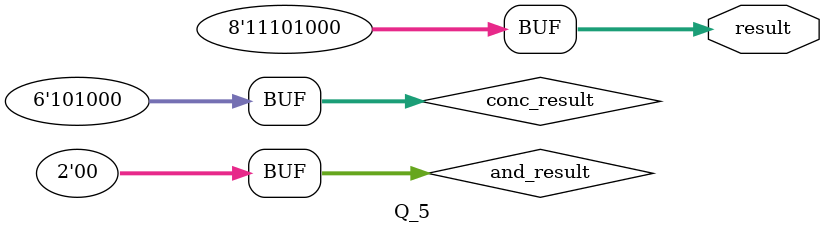
<source format=v>
module Q_5
(
	output wire [7:0] result
);
	localparam seq1 = 4'b1011,seq2 = 4'b0011,seq3 = 4'b1010;

	wire [1:0] and_result;
	
	assign and_result = seq1[3:2] & seq2[3:2];   
	
	wire [5:0] conc_result; 
	
	assign conc_result = {seq3,and_result};

	assign result = {{2{conc_result[5]}},conc_result};

endmodule

	

</source>
